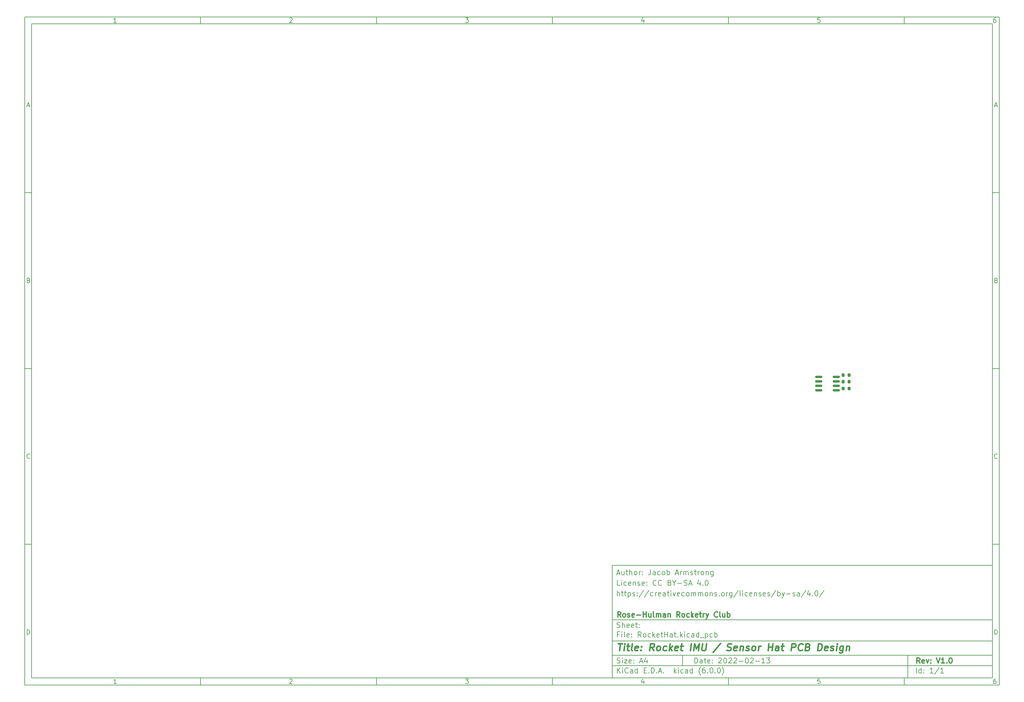
<source format=gbr>
%TF.GenerationSoftware,KiCad,Pcbnew,(6.0.0)*%
%TF.CreationDate,2022-02-14T11:19:37-05:00*%
%TF.ProjectId,RocketHat,526f636b-6574-4486-9174-2e6b69636164,V1.0*%
%TF.SameCoordinates,Original*%
%TF.FileFunction,Paste,Bot*%
%TF.FilePolarity,Positive*%
%FSLAX46Y46*%
G04 Gerber Fmt 4.6, Leading zero omitted, Abs format (unit mm)*
G04 Created by KiCad (PCBNEW (6.0.0)) date 2022-02-14 11:19:37*
%MOMM*%
%LPD*%
G01*
G04 APERTURE LIST*
G04 Aperture macros list*
%AMRoundRect*
0 Rectangle with rounded corners*
0 $1 Rounding radius*
0 $2 $3 $4 $5 $6 $7 $8 $9 X,Y pos of 4 corners*
0 Add a 4 corners polygon primitive as box body*
4,1,4,$2,$3,$4,$5,$6,$7,$8,$9,$2,$3,0*
0 Add four circle primitives for the rounded corners*
1,1,$1+$1,$2,$3*
1,1,$1+$1,$4,$5*
1,1,$1+$1,$6,$7*
1,1,$1+$1,$8,$9*
0 Add four rect primitives between the rounded corners*
20,1,$1+$1,$2,$3,$4,$5,0*
20,1,$1+$1,$4,$5,$6,$7,0*
20,1,$1+$1,$6,$7,$8,$9,0*
20,1,$1+$1,$8,$9,$2,$3,0*%
G04 Aperture macros list end*
%ADD10C,0.100000*%
%ADD11C,0.150000*%
%ADD12C,0.300000*%
%ADD13C,0.400000*%
%ADD14RoundRect,0.200000X0.200000X0.275000X-0.200000X0.275000X-0.200000X-0.275000X0.200000X-0.275000X0*%
%ADD15RoundRect,0.150000X-0.825000X-0.150000X0.825000X-0.150000X0.825000X0.150000X-0.825000X0.150000X0*%
%ADD16RoundRect,0.200000X-0.200000X-0.275000X0.200000X-0.275000X0.200000X0.275000X-0.200000X0.275000X0*%
G04 APERTURE END LIST*
D10*
D11*
X177002200Y-166007200D02*
X177002200Y-198007200D01*
X285002200Y-198007200D01*
X285002200Y-166007200D01*
X177002200Y-166007200D01*
D10*
D11*
X10000000Y-10000000D02*
X10000000Y-200007200D01*
X287002200Y-200007200D01*
X287002200Y-10000000D01*
X10000000Y-10000000D01*
D10*
D11*
X12000000Y-12000000D02*
X12000000Y-198007200D01*
X285002200Y-198007200D01*
X285002200Y-12000000D01*
X12000000Y-12000000D01*
D10*
D11*
X60000000Y-12000000D02*
X60000000Y-10000000D01*
D10*
D11*
X110000000Y-12000000D02*
X110000000Y-10000000D01*
D10*
D11*
X160000000Y-12000000D02*
X160000000Y-10000000D01*
D10*
D11*
X210000000Y-12000000D02*
X210000000Y-10000000D01*
D10*
D11*
X260000000Y-12000000D02*
X260000000Y-10000000D01*
D10*
D11*
X36065476Y-11588095D02*
X35322619Y-11588095D01*
X35694047Y-11588095D02*
X35694047Y-10288095D01*
X35570238Y-10473809D01*
X35446428Y-10597619D01*
X35322619Y-10659523D01*
D10*
D11*
X85322619Y-10411904D02*
X85384523Y-10350000D01*
X85508333Y-10288095D01*
X85817857Y-10288095D01*
X85941666Y-10350000D01*
X86003571Y-10411904D01*
X86065476Y-10535714D01*
X86065476Y-10659523D01*
X86003571Y-10845238D01*
X85260714Y-11588095D01*
X86065476Y-11588095D01*
D10*
D11*
X135260714Y-10288095D02*
X136065476Y-10288095D01*
X135632142Y-10783333D01*
X135817857Y-10783333D01*
X135941666Y-10845238D01*
X136003571Y-10907142D01*
X136065476Y-11030952D01*
X136065476Y-11340476D01*
X136003571Y-11464285D01*
X135941666Y-11526190D01*
X135817857Y-11588095D01*
X135446428Y-11588095D01*
X135322619Y-11526190D01*
X135260714Y-11464285D01*
D10*
D11*
X185941666Y-10721428D02*
X185941666Y-11588095D01*
X185632142Y-10226190D02*
X185322619Y-11154761D01*
X186127380Y-11154761D01*
D10*
D11*
X236003571Y-10288095D02*
X235384523Y-10288095D01*
X235322619Y-10907142D01*
X235384523Y-10845238D01*
X235508333Y-10783333D01*
X235817857Y-10783333D01*
X235941666Y-10845238D01*
X236003571Y-10907142D01*
X236065476Y-11030952D01*
X236065476Y-11340476D01*
X236003571Y-11464285D01*
X235941666Y-11526190D01*
X235817857Y-11588095D01*
X235508333Y-11588095D01*
X235384523Y-11526190D01*
X235322619Y-11464285D01*
D10*
D11*
X285941666Y-10288095D02*
X285694047Y-10288095D01*
X285570238Y-10350000D01*
X285508333Y-10411904D01*
X285384523Y-10597619D01*
X285322619Y-10845238D01*
X285322619Y-11340476D01*
X285384523Y-11464285D01*
X285446428Y-11526190D01*
X285570238Y-11588095D01*
X285817857Y-11588095D01*
X285941666Y-11526190D01*
X286003571Y-11464285D01*
X286065476Y-11340476D01*
X286065476Y-11030952D01*
X286003571Y-10907142D01*
X285941666Y-10845238D01*
X285817857Y-10783333D01*
X285570238Y-10783333D01*
X285446428Y-10845238D01*
X285384523Y-10907142D01*
X285322619Y-11030952D01*
D10*
D11*
X60000000Y-198007200D02*
X60000000Y-200007200D01*
D10*
D11*
X110000000Y-198007200D02*
X110000000Y-200007200D01*
D10*
D11*
X160000000Y-198007200D02*
X160000000Y-200007200D01*
D10*
D11*
X210000000Y-198007200D02*
X210000000Y-200007200D01*
D10*
D11*
X260000000Y-198007200D02*
X260000000Y-200007200D01*
D10*
D11*
X36065476Y-199595295D02*
X35322619Y-199595295D01*
X35694047Y-199595295D02*
X35694047Y-198295295D01*
X35570238Y-198481009D01*
X35446428Y-198604819D01*
X35322619Y-198666723D01*
D10*
D11*
X85322619Y-198419104D02*
X85384523Y-198357200D01*
X85508333Y-198295295D01*
X85817857Y-198295295D01*
X85941666Y-198357200D01*
X86003571Y-198419104D01*
X86065476Y-198542914D01*
X86065476Y-198666723D01*
X86003571Y-198852438D01*
X85260714Y-199595295D01*
X86065476Y-199595295D01*
D10*
D11*
X135260714Y-198295295D02*
X136065476Y-198295295D01*
X135632142Y-198790533D01*
X135817857Y-198790533D01*
X135941666Y-198852438D01*
X136003571Y-198914342D01*
X136065476Y-199038152D01*
X136065476Y-199347676D01*
X136003571Y-199471485D01*
X135941666Y-199533390D01*
X135817857Y-199595295D01*
X135446428Y-199595295D01*
X135322619Y-199533390D01*
X135260714Y-199471485D01*
D10*
D11*
X185941666Y-198728628D02*
X185941666Y-199595295D01*
X185632142Y-198233390D02*
X185322619Y-199161961D01*
X186127380Y-199161961D01*
D10*
D11*
X236003571Y-198295295D02*
X235384523Y-198295295D01*
X235322619Y-198914342D01*
X235384523Y-198852438D01*
X235508333Y-198790533D01*
X235817857Y-198790533D01*
X235941666Y-198852438D01*
X236003571Y-198914342D01*
X236065476Y-199038152D01*
X236065476Y-199347676D01*
X236003571Y-199471485D01*
X235941666Y-199533390D01*
X235817857Y-199595295D01*
X235508333Y-199595295D01*
X235384523Y-199533390D01*
X235322619Y-199471485D01*
D10*
D11*
X285941666Y-198295295D02*
X285694047Y-198295295D01*
X285570238Y-198357200D01*
X285508333Y-198419104D01*
X285384523Y-198604819D01*
X285322619Y-198852438D01*
X285322619Y-199347676D01*
X285384523Y-199471485D01*
X285446428Y-199533390D01*
X285570238Y-199595295D01*
X285817857Y-199595295D01*
X285941666Y-199533390D01*
X286003571Y-199471485D01*
X286065476Y-199347676D01*
X286065476Y-199038152D01*
X286003571Y-198914342D01*
X285941666Y-198852438D01*
X285817857Y-198790533D01*
X285570238Y-198790533D01*
X285446428Y-198852438D01*
X285384523Y-198914342D01*
X285322619Y-199038152D01*
D10*
D11*
X10000000Y-60000000D02*
X12000000Y-60000000D01*
D10*
D11*
X10000000Y-110000000D02*
X12000000Y-110000000D01*
D10*
D11*
X10000000Y-160000000D02*
X12000000Y-160000000D01*
D10*
D11*
X10690476Y-35216666D02*
X11309523Y-35216666D01*
X10566666Y-35588095D02*
X11000000Y-34288095D01*
X11433333Y-35588095D01*
D10*
D11*
X11092857Y-84907142D02*
X11278571Y-84969047D01*
X11340476Y-85030952D01*
X11402380Y-85154761D01*
X11402380Y-85340476D01*
X11340476Y-85464285D01*
X11278571Y-85526190D01*
X11154761Y-85588095D01*
X10659523Y-85588095D01*
X10659523Y-84288095D01*
X11092857Y-84288095D01*
X11216666Y-84350000D01*
X11278571Y-84411904D01*
X11340476Y-84535714D01*
X11340476Y-84659523D01*
X11278571Y-84783333D01*
X11216666Y-84845238D01*
X11092857Y-84907142D01*
X10659523Y-84907142D01*
D10*
D11*
X11402380Y-135464285D02*
X11340476Y-135526190D01*
X11154761Y-135588095D01*
X11030952Y-135588095D01*
X10845238Y-135526190D01*
X10721428Y-135402380D01*
X10659523Y-135278571D01*
X10597619Y-135030952D01*
X10597619Y-134845238D01*
X10659523Y-134597619D01*
X10721428Y-134473809D01*
X10845238Y-134350000D01*
X11030952Y-134288095D01*
X11154761Y-134288095D01*
X11340476Y-134350000D01*
X11402380Y-134411904D01*
D10*
D11*
X10659523Y-185588095D02*
X10659523Y-184288095D01*
X10969047Y-184288095D01*
X11154761Y-184350000D01*
X11278571Y-184473809D01*
X11340476Y-184597619D01*
X11402380Y-184845238D01*
X11402380Y-185030952D01*
X11340476Y-185278571D01*
X11278571Y-185402380D01*
X11154761Y-185526190D01*
X10969047Y-185588095D01*
X10659523Y-185588095D01*
D10*
D11*
X287002200Y-60000000D02*
X285002200Y-60000000D01*
D10*
D11*
X287002200Y-110000000D02*
X285002200Y-110000000D01*
D10*
D11*
X287002200Y-160000000D02*
X285002200Y-160000000D01*
D10*
D11*
X285692676Y-35216666D02*
X286311723Y-35216666D01*
X285568866Y-35588095D02*
X286002200Y-34288095D01*
X286435533Y-35588095D01*
D10*
D11*
X286095057Y-84907142D02*
X286280771Y-84969047D01*
X286342676Y-85030952D01*
X286404580Y-85154761D01*
X286404580Y-85340476D01*
X286342676Y-85464285D01*
X286280771Y-85526190D01*
X286156961Y-85588095D01*
X285661723Y-85588095D01*
X285661723Y-84288095D01*
X286095057Y-84288095D01*
X286218866Y-84350000D01*
X286280771Y-84411904D01*
X286342676Y-84535714D01*
X286342676Y-84659523D01*
X286280771Y-84783333D01*
X286218866Y-84845238D01*
X286095057Y-84907142D01*
X285661723Y-84907142D01*
D10*
D11*
X286404580Y-135464285D02*
X286342676Y-135526190D01*
X286156961Y-135588095D01*
X286033152Y-135588095D01*
X285847438Y-135526190D01*
X285723628Y-135402380D01*
X285661723Y-135278571D01*
X285599819Y-135030952D01*
X285599819Y-134845238D01*
X285661723Y-134597619D01*
X285723628Y-134473809D01*
X285847438Y-134350000D01*
X286033152Y-134288095D01*
X286156961Y-134288095D01*
X286342676Y-134350000D01*
X286404580Y-134411904D01*
D10*
D11*
X285661723Y-185588095D02*
X285661723Y-184288095D01*
X285971247Y-184288095D01*
X286156961Y-184350000D01*
X286280771Y-184473809D01*
X286342676Y-184597619D01*
X286404580Y-184845238D01*
X286404580Y-185030952D01*
X286342676Y-185278571D01*
X286280771Y-185402380D01*
X286156961Y-185526190D01*
X285971247Y-185588095D01*
X285661723Y-185588095D01*
D10*
D11*
X200434342Y-193785771D02*
X200434342Y-192285771D01*
X200791485Y-192285771D01*
X201005771Y-192357200D01*
X201148628Y-192500057D01*
X201220057Y-192642914D01*
X201291485Y-192928628D01*
X201291485Y-193142914D01*
X201220057Y-193428628D01*
X201148628Y-193571485D01*
X201005771Y-193714342D01*
X200791485Y-193785771D01*
X200434342Y-193785771D01*
X202577200Y-193785771D02*
X202577200Y-193000057D01*
X202505771Y-192857200D01*
X202362914Y-192785771D01*
X202077200Y-192785771D01*
X201934342Y-192857200D01*
X202577200Y-193714342D02*
X202434342Y-193785771D01*
X202077200Y-193785771D01*
X201934342Y-193714342D01*
X201862914Y-193571485D01*
X201862914Y-193428628D01*
X201934342Y-193285771D01*
X202077200Y-193214342D01*
X202434342Y-193214342D01*
X202577200Y-193142914D01*
X203077200Y-192785771D02*
X203648628Y-192785771D01*
X203291485Y-192285771D02*
X203291485Y-193571485D01*
X203362914Y-193714342D01*
X203505771Y-193785771D01*
X203648628Y-193785771D01*
X204720057Y-193714342D02*
X204577200Y-193785771D01*
X204291485Y-193785771D01*
X204148628Y-193714342D01*
X204077200Y-193571485D01*
X204077200Y-193000057D01*
X204148628Y-192857200D01*
X204291485Y-192785771D01*
X204577200Y-192785771D01*
X204720057Y-192857200D01*
X204791485Y-193000057D01*
X204791485Y-193142914D01*
X204077200Y-193285771D01*
X205434342Y-193642914D02*
X205505771Y-193714342D01*
X205434342Y-193785771D01*
X205362914Y-193714342D01*
X205434342Y-193642914D01*
X205434342Y-193785771D01*
X205434342Y-192857200D02*
X205505771Y-192928628D01*
X205434342Y-193000057D01*
X205362914Y-192928628D01*
X205434342Y-192857200D01*
X205434342Y-193000057D01*
X207220057Y-192428628D02*
X207291485Y-192357200D01*
X207434342Y-192285771D01*
X207791485Y-192285771D01*
X207934342Y-192357200D01*
X208005771Y-192428628D01*
X208077200Y-192571485D01*
X208077200Y-192714342D01*
X208005771Y-192928628D01*
X207148628Y-193785771D01*
X208077200Y-193785771D01*
X209005771Y-192285771D02*
X209148628Y-192285771D01*
X209291485Y-192357200D01*
X209362914Y-192428628D01*
X209434342Y-192571485D01*
X209505771Y-192857200D01*
X209505771Y-193214342D01*
X209434342Y-193500057D01*
X209362914Y-193642914D01*
X209291485Y-193714342D01*
X209148628Y-193785771D01*
X209005771Y-193785771D01*
X208862914Y-193714342D01*
X208791485Y-193642914D01*
X208720057Y-193500057D01*
X208648628Y-193214342D01*
X208648628Y-192857200D01*
X208720057Y-192571485D01*
X208791485Y-192428628D01*
X208862914Y-192357200D01*
X209005771Y-192285771D01*
X210077200Y-192428628D02*
X210148628Y-192357200D01*
X210291485Y-192285771D01*
X210648628Y-192285771D01*
X210791485Y-192357200D01*
X210862914Y-192428628D01*
X210934342Y-192571485D01*
X210934342Y-192714342D01*
X210862914Y-192928628D01*
X210005771Y-193785771D01*
X210934342Y-193785771D01*
X211505771Y-192428628D02*
X211577200Y-192357200D01*
X211720057Y-192285771D01*
X212077200Y-192285771D01*
X212220057Y-192357200D01*
X212291485Y-192428628D01*
X212362914Y-192571485D01*
X212362914Y-192714342D01*
X212291485Y-192928628D01*
X211434342Y-193785771D01*
X212362914Y-193785771D01*
X213005771Y-193214342D02*
X214148628Y-193214342D01*
X215148628Y-192285771D02*
X215291485Y-192285771D01*
X215434342Y-192357200D01*
X215505771Y-192428628D01*
X215577200Y-192571485D01*
X215648628Y-192857200D01*
X215648628Y-193214342D01*
X215577200Y-193500057D01*
X215505771Y-193642914D01*
X215434342Y-193714342D01*
X215291485Y-193785771D01*
X215148628Y-193785771D01*
X215005771Y-193714342D01*
X214934342Y-193642914D01*
X214862914Y-193500057D01*
X214791485Y-193214342D01*
X214791485Y-192857200D01*
X214862914Y-192571485D01*
X214934342Y-192428628D01*
X215005771Y-192357200D01*
X215148628Y-192285771D01*
X216220057Y-192428628D02*
X216291485Y-192357200D01*
X216434342Y-192285771D01*
X216791485Y-192285771D01*
X216934342Y-192357200D01*
X217005771Y-192428628D01*
X217077200Y-192571485D01*
X217077200Y-192714342D01*
X217005771Y-192928628D01*
X216148628Y-193785771D01*
X217077200Y-193785771D01*
X217720057Y-193214342D02*
X218862914Y-193214342D01*
X220362914Y-193785771D02*
X219505771Y-193785771D01*
X219934342Y-193785771D02*
X219934342Y-192285771D01*
X219791485Y-192500057D01*
X219648628Y-192642914D01*
X219505771Y-192714342D01*
X220862914Y-192285771D02*
X221791485Y-192285771D01*
X221291485Y-192857200D01*
X221505771Y-192857200D01*
X221648628Y-192928628D01*
X221720057Y-193000057D01*
X221791485Y-193142914D01*
X221791485Y-193500057D01*
X221720057Y-193642914D01*
X221648628Y-193714342D01*
X221505771Y-193785771D01*
X221077200Y-193785771D01*
X220934342Y-193714342D01*
X220862914Y-193642914D01*
D10*
D11*
X177002200Y-194507200D02*
X285002200Y-194507200D01*
D10*
D11*
X178434342Y-196585771D02*
X178434342Y-195085771D01*
X179291485Y-196585771D02*
X178648628Y-195728628D01*
X179291485Y-195085771D02*
X178434342Y-195942914D01*
X179934342Y-196585771D02*
X179934342Y-195585771D01*
X179934342Y-195085771D02*
X179862914Y-195157200D01*
X179934342Y-195228628D01*
X180005771Y-195157200D01*
X179934342Y-195085771D01*
X179934342Y-195228628D01*
X181505771Y-196442914D02*
X181434342Y-196514342D01*
X181220057Y-196585771D01*
X181077200Y-196585771D01*
X180862914Y-196514342D01*
X180720057Y-196371485D01*
X180648628Y-196228628D01*
X180577200Y-195942914D01*
X180577200Y-195728628D01*
X180648628Y-195442914D01*
X180720057Y-195300057D01*
X180862914Y-195157200D01*
X181077200Y-195085771D01*
X181220057Y-195085771D01*
X181434342Y-195157200D01*
X181505771Y-195228628D01*
X182791485Y-196585771D02*
X182791485Y-195800057D01*
X182720057Y-195657200D01*
X182577200Y-195585771D01*
X182291485Y-195585771D01*
X182148628Y-195657200D01*
X182791485Y-196514342D02*
X182648628Y-196585771D01*
X182291485Y-196585771D01*
X182148628Y-196514342D01*
X182077200Y-196371485D01*
X182077200Y-196228628D01*
X182148628Y-196085771D01*
X182291485Y-196014342D01*
X182648628Y-196014342D01*
X182791485Y-195942914D01*
X184148628Y-196585771D02*
X184148628Y-195085771D01*
X184148628Y-196514342D02*
X184005771Y-196585771D01*
X183720057Y-196585771D01*
X183577200Y-196514342D01*
X183505771Y-196442914D01*
X183434342Y-196300057D01*
X183434342Y-195871485D01*
X183505771Y-195728628D01*
X183577200Y-195657200D01*
X183720057Y-195585771D01*
X184005771Y-195585771D01*
X184148628Y-195657200D01*
X186005771Y-195800057D02*
X186505771Y-195800057D01*
X186720057Y-196585771D02*
X186005771Y-196585771D01*
X186005771Y-195085771D01*
X186720057Y-195085771D01*
X187362914Y-196442914D02*
X187434342Y-196514342D01*
X187362914Y-196585771D01*
X187291485Y-196514342D01*
X187362914Y-196442914D01*
X187362914Y-196585771D01*
X188077200Y-196585771D02*
X188077200Y-195085771D01*
X188434342Y-195085771D01*
X188648628Y-195157200D01*
X188791485Y-195300057D01*
X188862914Y-195442914D01*
X188934342Y-195728628D01*
X188934342Y-195942914D01*
X188862914Y-196228628D01*
X188791485Y-196371485D01*
X188648628Y-196514342D01*
X188434342Y-196585771D01*
X188077200Y-196585771D01*
X189577200Y-196442914D02*
X189648628Y-196514342D01*
X189577200Y-196585771D01*
X189505771Y-196514342D01*
X189577200Y-196442914D01*
X189577200Y-196585771D01*
X190220057Y-196157200D02*
X190934342Y-196157200D01*
X190077200Y-196585771D02*
X190577200Y-195085771D01*
X191077200Y-196585771D01*
X191577200Y-196442914D02*
X191648628Y-196514342D01*
X191577200Y-196585771D01*
X191505771Y-196514342D01*
X191577200Y-196442914D01*
X191577200Y-196585771D01*
X194577200Y-196585771D02*
X194577200Y-195085771D01*
X194720057Y-196014342D02*
X195148628Y-196585771D01*
X195148628Y-195585771D02*
X194577200Y-196157200D01*
X195791485Y-196585771D02*
X195791485Y-195585771D01*
X195791485Y-195085771D02*
X195720057Y-195157200D01*
X195791485Y-195228628D01*
X195862914Y-195157200D01*
X195791485Y-195085771D01*
X195791485Y-195228628D01*
X197148628Y-196514342D02*
X197005771Y-196585771D01*
X196720057Y-196585771D01*
X196577200Y-196514342D01*
X196505771Y-196442914D01*
X196434342Y-196300057D01*
X196434342Y-195871485D01*
X196505771Y-195728628D01*
X196577200Y-195657200D01*
X196720057Y-195585771D01*
X197005771Y-195585771D01*
X197148628Y-195657200D01*
X198434342Y-196585771D02*
X198434342Y-195800057D01*
X198362914Y-195657200D01*
X198220057Y-195585771D01*
X197934342Y-195585771D01*
X197791485Y-195657200D01*
X198434342Y-196514342D02*
X198291485Y-196585771D01*
X197934342Y-196585771D01*
X197791485Y-196514342D01*
X197720057Y-196371485D01*
X197720057Y-196228628D01*
X197791485Y-196085771D01*
X197934342Y-196014342D01*
X198291485Y-196014342D01*
X198434342Y-195942914D01*
X199791485Y-196585771D02*
X199791485Y-195085771D01*
X199791485Y-196514342D02*
X199648628Y-196585771D01*
X199362914Y-196585771D01*
X199220057Y-196514342D01*
X199148628Y-196442914D01*
X199077200Y-196300057D01*
X199077200Y-195871485D01*
X199148628Y-195728628D01*
X199220057Y-195657200D01*
X199362914Y-195585771D01*
X199648628Y-195585771D01*
X199791485Y-195657200D01*
X202077200Y-197157200D02*
X202005771Y-197085771D01*
X201862914Y-196871485D01*
X201791485Y-196728628D01*
X201720057Y-196514342D01*
X201648628Y-196157200D01*
X201648628Y-195871485D01*
X201720057Y-195514342D01*
X201791485Y-195300057D01*
X201862914Y-195157200D01*
X202005771Y-194942914D01*
X202077200Y-194871485D01*
X203291485Y-195085771D02*
X203005771Y-195085771D01*
X202862914Y-195157200D01*
X202791485Y-195228628D01*
X202648628Y-195442914D01*
X202577200Y-195728628D01*
X202577200Y-196300057D01*
X202648628Y-196442914D01*
X202720057Y-196514342D01*
X202862914Y-196585771D01*
X203148628Y-196585771D01*
X203291485Y-196514342D01*
X203362914Y-196442914D01*
X203434342Y-196300057D01*
X203434342Y-195942914D01*
X203362914Y-195800057D01*
X203291485Y-195728628D01*
X203148628Y-195657200D01*
X202862914Y-195657200D01*
X202720057Y-195728628D01*
X202648628Y-195800057D01*
X202577200Y-195942914D01*
X204077200Y-196442914D02*
X204148628Y-196514342D01*
X204077200Y-196585771D01*
X204005771Y-196514342D01*
X204077200Y-196442914D01*
X204077200Y-196585771D01*
X205077200Y-195085771D02*
X205220057Y-195085771D01*
X205362914Y-195157200D01*
X205434342Y-195228628D01*
X205505771Y-195371485D01*
X205577200Y-195657200D01*
X205577200Y-196014342D01*
X205505771Y-196300057D01*
X205434342Y-196442914D01*
X205362914Y-196514342D01*
X205220057Y-196585771D01*
X205077200Y-196585771D01*
X204934342Y-196514342D01*
X204862914Y-196442914D01*
X204791485Y-196300057D01*
X204720057Y-196014342D01*
X204720057Y-195657200D01*
X204791485Y-195371485D01*
X204862914Y-195228628D01*
X204934342Y-195157200D01*
X205077200Y-195085771D01*
X206220057Y-196442914D02*
X206291485Y-196514342D01*
X206220057Y-196585771D01*
X206148628Y-196514342D01*
X206220057Y-196442914D01*
X206220057Y-196585771D01*
X207220057Y-195085771D02*
X207362914Y-195085771D01*
X207505771Y-195157200D01*
X207577200Y-195228628D01*
X207648628Y-195371485D01*
X207720057Y-195657200D01*
X207720057Y-196014342D01*
X207648628Y-196300057D01*
X207577200Y-196442914D01*
X207505771Y-196514342D01*
X207362914Y-196585771D01*
X207220057Y-196585771D01*
X207077200Y-196514342D01*
X207005771Y-196442914D01*
X206934342Y-196300057D01*
X206862914Y-196014342D01*
X206862914Y-195657200D01*
X206934342Y-195371485D01*
X207005771Y-195228628D01*
X207077200Y-195157200D01*
X207220057Y-195085771D01*
X208220057Y-197157200D02*
X208291485Y-197085771D01*
X208434342Y-196871485D01*
X208505771Y-196728628D01*
X208577200Y-196514342D01*
X208648628Y-196157200D01*
X208648628Y-195871485D01*
X208577200Y-195514342D01*
X208505771Y-195300057D01*
X208434342Y-195157200D01*
X208291485Y-194942914D01*
X208220057Y-194871485D01*
D10*
D11*
X177002200Y-191507200D02*
X285002200Y-191507200D01*
D10*
D12*
X264411485Y-193785771D02*
X263911485Y-193071485D01*
X263554342Y-193785771D02*
X263554342Y-192285771D01*
X264125771Y-192285771D01*
X264268628Y-192357200D01*
X264340057Y-192428628D01*
X264411485Y-192571485D01*
X264411485Y-192785771D01*
X264340057Y-192928628D01*
X264268628Y-193000057D01*
X264125771Y-193071485D01*
X263554342Y-193071485D01*
X265625771Y-193714342D02*
X265482914Y-193785771D01*
X265197200Y-193785771D01*
X265054342Y-193714342D01*
X264982914Y-193571485D01*
X264982914Y-193000057D01*
X265054342Y-192857200D01*
X265197200Y-192785771D01*
X265482914Y-192785771D01*
X265625771Y-192857200D01*
X265697200Y-193000057D01*
X265697200Y-193142914D01*
X264982914Y-193285771D01*
X266197200Y-192785771D02*
X266554342Y-193785771D01*
X266911485Y-192785771D01*
X267482914Y-193642914D02*
X267554342Y-193714342D01*
X267482914Y-193785771D01*
X267411485Y-193714342D01*
X267482914Y-193642914D01*
X267482914Y-193785771D01*
X267482914Y-192857200D02*
X267554342Y-192928628D01*
X267482914Y-193000057D01*
X267411485Y-192928628D01*
X267482914Y-192857200D01*
X267482914Y-193000057D01*
X269125771Y-192285771D02*
X269625771Y-193785771D01*
X270125771Y-192285771D01*
X271411485Y-193785771D02*
X270554342Y-193785771D01*
X270982914Y-193785771D02*
X270982914Y-192285771D01*
X270840057Y-192500057D01*
X270697200Y-192642914D01*
X270554342Y-192714342D01*
X272054342Y-193642914D02*
X272125771Y-193714342D01*
X272054342Y-193785771D01*
X271982914Y-193714342D01*
X272054342Y-193642914D01*
X272054342Y-193785771D01*
X273054342Y-192285771D02*
X273197200Y-192285771D01*
X273340057Y-192357200D01*
X273411485Y-192428628D01*
X273482914Y-192571485D01*
X273554342Y-192857200D01*
X273554342Y-193214342D01*
X273482914Y-193500057D01*
X273411485Y-193642914D01*
X273340057Y-193714342D01*
X273197200Y-193785771D01*
X273054342Y-193785771D01*
X272911485Y-193714342D01*
X272840057Y-193642914D01*
X272768628Y-193500057D01*
X272697200Y-193214342D01*
X272697200Y-192857200D01*
X272768628Y-192571485D01*
X272840057Y-192428628D01*
X272911485Y-192357200D01*
X273054342Y-192285771D01*
D10*
D11*
X178362914Y-193714342D02*
X178577200Y-193785771D01*
X178934342Y-193785771D01*
X179077200Y-193714342D01*
X179148628Y-193642914D01*
X179220057Y-193500057D01*
X179220057Y-193357200D01*
X179148628Y-193214342D01*
X179077200Y-193142914D01*
X178934342Y-193071485D01*
X178648628Y-193000057D01*
X178505771Y-192928628D01*
X178434342Y-192857200D01*
X178362914Y-192714342D01*
X178362914Y-192571485D01*
X178434342Y-192428628D01*
X178505771Y-192357200D01*
X178648628Y-192285771D01*
X179005771Y-192285771D01*
X179220057Y-192357200D01*
X179862914Y-193785771D02*
X179862914Y-192785771D01*
X179862914Y-192285771D02*
X179791485Y-192357200D01*
X179862914Y-192428628D01*
X179934342Y-192357200D01*
X179862914Y-192285771D01*
X179862914Y-192428628D01*
X180434342Y-192785771D02*
X181220057Y-192785771D01*
X180434342Y-193785771D01*
X181220057Y-193785771D01*
X182362914Y-193714342D02*
X182220057Y-193785771D01*
X181934342Y-193785771D01*
X181791485Y-193714342D01*
X181720057Y-193571485D01*
X181720057Y-193000057D01*
X181791485Y-192857200D01*
X181934342Y-192785771D01*
X182220057Y-192785771D01*
X182362914Y-192857200D01*
X182434342Y-193000057D01*
X182434342Y-193142914D01*
X181720057Y-193285771D01*
X183077200Y-193642914D02*
X183148628Y-193714342D01*
X183077200Y-193785771D01*
X183005771Y-193714342D01*
X183077200Y-193642914D01*
X183077200Y-193785771D01*
X183077200Y-192857200D02*
X183148628Y-192928628D01*
X183077200Y-193000057D01*
X183005771Y-192928628D01*
X183077200Y-192857200D01*
X183077200Y-193000057D01*
X184862914Y-193357200D02*
X185577200Y-193357200D01*
X184720057Y-193785771D02*
X185220057Y-192285771D01*
X185720057Y-193785771D01*
X186862914Y-192785771D02*
X186862914Y-193785771D01*
X186505771Y-192214342D02*
X186148628Y-193285771D01*
X187077200Y-193285771D01*
D10*
D11*
X263434342Y-196585771D02*
X263434342Y-195085771D01*
X264791485Y-196585771D02*
X264791485Y-195085771D01*
X264791485Y-196514342D02*
X264648628Y-196585771D01*
X264362914Y-196585771D01*
X264220057Y-196514342D01*
X264148628Y-196442914D01*
X264077200Y-196300057D01*
X264077200Y-195871485D01*
X264148628Y-195728628D01*
X264220057Y-195657200D01*
X264362914Y-195585771D01*
X264648628Y-195585771D01*
X264791485Y-195657200D01*
X265505771Y-196442914D02*
X265577200Y-196514342D01*
X265505771Y-196585771D01*
X265434342Y-196514342D01*
X265505771Y-196442914D01*
X265505771Y-196585771D01*
X265505771Y-195657200D02*
X265577200Y-195728628D01*
X265505771Y-195800057D01*
X265434342Y-195728628D01*
X265505771Y-195657200D01*
X265505771Y-195800057D01*
X268148628Y-196585771D02*
X267291485Y-196585771D01*
X267720057Y-196585771D02*
X267720057Y-195085771D01*
X267577200Y-195300057D01*
X267434342Y-195442914D01*
X267291485Y-195514342D01*
X269862914Y-195014342D02*
X268577200Y-196942914D01*
X271148628Y-196585771D02*
X270291485Y-196585771D01*
X270720057Y-196585771D02*
X270720057Y-195085771D01*
X270577200Y-195300057D01*
X270434342Y-195442914D01*
X270291485Y-195514342D01*
D10*
D11*
X177002200Y-187507200D02*
X285002200Y-187507200D01*
D10*
D13*
X178714580Y-188211961D02*
X179857438Y-188211961D01*
X179036009Y-190211961D02*
X179286009Y-188211961D01*
X180274104Y-190211961D02*
X180440771Y-188878628D01*
X180524104Y-188211961D02*
X180416961Y-188307200D01*
X180500295Y-188402438D01*
X180607438Y-188307200D01*
X180524104Y-188211961D01*
X180500295Y-188402438D01*
X181107438Y-188878628D02*
X181869342Y-188878628D01*
X181476485Y-188211961D02*
X181262200Y-189926247D01*
X181333628Y-190116723D01*
X181512200Y-190211961D01*
X181702676Y-190211961D01*
X182655057Y-190211961D02*
X182476485Y-190116723D01*
X182405057Y-189926247D01*
X182619342Y-188211961D01*
X184190771Y-190116723D02*
X183988390Y-190211961D01*
X183607438Y-190211961D01*
X183428866Y-190116723D01*
X183357438Y-189926247D01*
X183452676Y-189164342D01*
X183571723Y-188973866D01*
X183774104Y-188878628D01*
X184155057Y-188878628D01*
X184333628Y-188973866D01*
X184405057Y-189164342D01*
X184381247Y-189354819D01*
X183405057Y-189545295D01*
X185155057Y-190021485D02*
X185238390Y-190116723D01*
X185131247Y-190211961D01*
X185047914Y-190116723D01*
X185155057Y-190021485D01*
X185131247Y-190211961D01*
X185286009Y-188973866D02*
X185369342Y-189069104D01*
X185262200Y-189164342D01*
X185178866Y-189069104D01*
X185286009Y-188973866D01*
X185262200Y-189164342D01*
X188750295Y-190211961D02*
X188202676Y-189259580D01*
X187607438Y-190211961D02*
X187857438Y-188211961D01*
X188619342Y-188211961D01*
X188797914Y-188307200D01*
X188881247Y-188402438D01*
X188952676Y-188592914D01*
X188916961Y-188878628D01*
X188797914Y-189069104D01*
X188690771Y-189164342D01*
X188488390Y-189259580D01*
X187726485Y-189259580D01*
X189893152Y-190211961D02*
X189714580Y-190116723D01*
X189631247Y-190021485D01*
X189559819Y-189831009D01*
X189631247Y-189259580D01*
X189750295Y-189069104D01*
X189857438Y-188973866D01*
X190059819Y-188878628D01*
X190345533Y-188878628D01*
X190524104Y-188973866D01*
X190607438Y-189069104D01*
X190678866Y-189259580D01*
X190607438Y-189831009D01*
X190488390Y-190021485D01*
X190381247Y-190116723D01*
X190178866Y-190211961D01*
X189893152Y-190211961D01*
X192286009Y-190116723D02*
X192083628Y-190211961D01*
X191702676Y-190211961D01*
X191524104Y-190116723D01*
X191440771Y-190021485D01*
X191369342Y-189831009D01*
X191440771Y-189259580D01*
X191559819Y-189069104D01*
X191666961Y-188973866D01*
X191869342Y-188878628D01*
X192250295Y-188878628D01*
X192428866Y-188973866D01*
X193131247Y-190211961D02*
X193381247Y-188211961D01*
X193416961Y-189450057D02*
X193893152Y-190211961D01*
X194059819Y-188878628D02*
X193202676Y-189640533D01*
X195524104Y-190116723D02*
X195321723Y-190211961D01*
X194940771Y-190211961D01*
X194762200Y-190116723D01*
X194690771Y-189926247D01*
X194786009Y-189164342D01*
X194905057Y-188973866D01*
X195107438Y-188878628D01*
X195488390Y-188878628D01*
X195666961Y-188973866D01*
X195738390Y-189164342D01*
X195714580Y-189354819D01*
X194738390Y-189545295D01*
X196345533Y-188878628D02*
X197107438Y-188878628D01*
X196714580Y-188211961D02*
X196500295Y-189926247D01*
X196571723Y-190116723D01*
X196750295Y-190211961D01*
X196940771Y-190211961D01*
X199131247Y-190211961D02*
X199381247Y-188211961D01*
X200083628Y-190211961D02*
X200333628Y-188211961D01*
X200821723Y-189640533D01*
X201666961Y-188211961D01*
X201416961Y-190211961D01*
X202619342Y-188211961D02*
X202416961Y-189831009D01*
X202488390Y-190021485D01*
X202571723Y-190116723D01*
X202750295Y-190211961D01*
X203131247Y-190211961D01*
X203333628Y-190116723D01*
X203440771Y-190021485D01*
X203559819Y-189831009D01*
X203762200Y-188211961D01*
X207678866Y-188116723D02*
X205643152Y-190688152D01*
X209524104Y-190116723D02*
X209797914Y-190211961D01*
X210274104Y-190211961D01*
X210476485Y-190116723D01*
X210583628Y-190021485D01*
X210702676Y-189831009D01*
X210726485Y-189640533D01*
X210655057Y-189450057D01*
X210571723Y-189354819D01*
X210393152Y-189259580D01*
X210024104Y-189164342D01*
X209845533Y-189069104D01*
X209762200Y-188973866D01*
X209690771Y-188783390D01*
X209714580Y-188592914D01*
X209833628Y-188402438D01*
X209940771Y-188307200D01*
X210143152Y-188211961D01*
X210619342Y-188211961D01*
X210893152Y-188307200D01*
X212286009Y-190116723D02*
X212083628Y-190211961D01*
X211702676Y-190211961D01*
X211524104Y-190116723D01*
X211452676Y-189926247D01*
X211547914Y-189164342D01*
X211666961Y-188973866D01*
X211869342Y-188878628D01*
X212250295Y-188878628D01*
X212428866Y-188973866D01*
X212500295Y-189164342D01*
X212476485Y-189354819D01*
X211500295Y-189545295D01*
X213393152Y-188878628D02*
X213226485Y-190211961D01*
X213369342Y-189069104D02*
X213476485Y-188973866D01*
X213678866Y-188878628D01*
X213964580Y-188878628D01*
X214143152Y-188973866D01*
X214214580Y-189164342D01*
X214083628Y-190211961D01*
X214952676Y-190116723D02*
X215131247Y-190211961D01*
X215512200Y-190211961D01*
X215714580Y-190116723D01*
X215833628Y-189926247D01*
X215845533Y-189831009D01*
X215774104Y-189640533D01*
X215595533Y-189545295D01*
X215309819Y-189545295D01*
X215131247Y-189450057D01*
X215059819Y-189259580D01*
X215071723Y-189164342D01*
X215190771Y-188973866D01*
X215393152Y-188878628D01*
X215678866Y-188878628D01*
X215857438Y-188973866D01*
X216940771Y-190211961D02*
X216762200Y-190116723D01*
X216678866Y-190021485D01*
X216607438Y-189831009D01*
X216678866Y-189259580D01*
X216797914Y-189069104D01*
X216905057Y-188973866D01*
X217107438Y-188878628D01*
X217393152Y-188878628D01*
X217571723Y-188973866D01*
X217655057Y-189069104D01*
X217726485Y-189259580D01*
X217655057Y-189831009D01*
X217536009Y-190021485D01*
X217428866Y-190116723D01*
X217226485Y-190211961D01*
X216940771Y-190211961D01*
X218464580Y-190211961D02*
X218631247Y-188878628D01*
X218583628Y-189259580D02*
X218702676Y-189069104D01*
X218809819Y-188973866D01*
X219012199Y-188878628D01*
X219202676Y-188878628D01*
X221226485Y-190211961D02*
X221476485Y-188211961D01*
X221357438Y-189164342D02*
X222500295Y-189164342D01*
X222369342Y-190211961D02*
X222619342Y-188211961D01*
X224178866Y-190211961D02*
X224309819Y-189164342D01*
X224238390Y-188973866D01*
X224059819Y-188878628D01*
X223678866Y-188878628D01*
X223476485Y-188973866D01*
X224190771Y-190116723D02*
X223988390Y-190211961D01*
X223512199Y-190211961D01*
X223333628Y-190116723D01*
X223262199Y-189926247D01*
X223286009Y-189735771D01*
X223405057Y-189545295D01*
X223607438Y-189450057D01*
X224083628Y-189450057D01*
X224286009Y-189354819D01*
X225012199Y-188878628D02*
X225774104Y-188878628D01*
X225381247Y-188211961D02*
X225166961Y-189926247D01*
X225238390Y-190116723D01*
X225416961Y-190211961D01*
X225607438Y-190211961D01*
X227797914Y-190211961D02*
X228047914Y-188211961D01*
X228809819Y-188211961D01*
X228988390Y-188307200D01*
X229071723Y-188402438D01*
X229143152Y-188592914D01*
X229107438Y-188878628D01*
X228988390Y-189069104D01*
X228881247Y-189164342D01*
X228678866Y-189259580D01*
X227916961Y-189259580D01*
X230964580Y-190021485D02*
X230857438Y-190116723D01*
X230559819Y-190211961D01*
X230369342Y-190211961D01*
X230095533Y-190116723D01*
X229928866Y-189926247D01*
X229857438Y-189735771D01*
X229809819Y-189354819D01*
X229845533Y-189069104D01*
X229988390Y-188688152D01*
X230107438Y-188497676D01*
X230321723Y-188307200D01*
X230619342Y-188211961D01*
X230809819Y-188211961D01*
X231083628Y-188307200D01*
X231166961Y-188402438D01*
X232595533Y-189164342D02*
X232869342Y-189259580D01*
X232952676Y-189354819D01*
X233024104Y-189545295D01*
X232988390Y-189831009D01*
X232869342Y-190021485D01*
X232762199Y-190116723D01*
X232559819Y-190211961D01*
X231797914Y-190211961D01*
X232047914Y-188211961D01*
X232714580Y-188211961D01*
X232893152Y-188307200D01*
X232976485Y-188402438D01*
X233047914Y-188592914D01*
X233024104Y-188783390D01*
X232905057Y-188973866D01*
X232797914Y-189069104D01*
X232595533Y-189164342D01*
X231928866Y-189164342D01*
X235321723Y-190211961D02*
X235571723Y-188211961D01*
X236047914Y-188211961D01*
X236321723Y-188307200D01*
X236488390Y-188497676D01*
X236559819Y-188688152D01*
X236607438Y-189069104D01*
X236571723Y-189354819D01*
X236428866Y-189735771D01*
X236309819Y-189926247D01*
X236095533Y-190116723D01*
X235797914Y-190211961D01*
X235321723Y-190211961D01*
X238095533Y-190116723D02*
X237893152Y-190211961D01*
X237512199Y-190211961D01*
X237333628Y-190116723D01*
X237262199Y-189926247D01*
X237357438Y-189164342D01*
X237476485Y-188973866D01*
X237678866Y-188878628D01*
X238059819Y-188878628D01*
X238238390Y-188973866D01*
X238309819Y-189164342D01*
X238286009Y-189354819D01*
X237309819Y-189545295D01*
X238952676Y-190116723D02*
X239131247Y-190211961D01*
X239512199Y-190211961D01*
X239714580Y-190116723D01*
X239833628Y-189926247D01*
X239845533Y-189831009D01*
X239774104Y-189640533D01*
X239595533Y-189545295D01*
X239309819Y-189545295D01*
X239131247Y-189450057D01*
X239059819Y-189259580D01*
X239071723Y-189164342D01*
X239190771Y-188973866D01*
X239393152Y-188878628D01*
X239678866Y-188878628D01*
X239857438Y-188973866D01*
X240655057Y-190211961D02*
X240821723Y-188878628D01*
X240905057Y-188211961D02*
X240797914Y-188307200D01*
X240881247Y-188402438D01*
X240988390Y-188307200D01*
X240905057Y-188211961D01*
X240881247Y-188402438D01*
X242631247Y-188878628D02*
X242428866Y-190497676D01*
X242309819Y-190688152D01*
X242202676Y-190783390D01*
X242000295Y-190878628D01*
X241714580Y-190878628D01*
X241536009Y-190783390D01*
X242476485Y-190116723D02*
X242274104Y-190211961D01*
X241893152Y-190211961D01*
X241714580Y-190116723D01*
X241631247Y-190021485D01*
X241559819Y-189831009D01*
X241631247Y-189259580D01*
X241750295Y-189069104D01*
X241857438Y-188973866D01*
X242059819Y-188878628D01*
X242440771Y-188878628D01*
X242619342Y-188973866D01*
X243583628Y-188878628D02*
X243416961Y-190211961D01*
X243559819Y-189069104D02*
X243666961Y-188973866D01*
X243869342Y-188878628D01*
X244155057Y-188878628D01*
X244333628Y-188973866D01*
X244405057Y-189164342D01*
X244274104Y-190211961D01*
D10*
D11*
X178934342Y-185600057D02*
X178434342Y-185600057D01*
X178434342Y-186385771D02*
X178434342Y-184885771D01*
X179148628Y-184885771D01*
X179720057Y-186385771D02*
X179720057Y-185385771D01*
X179720057Y-184885771D02*
X179648628Y-184957200D01*
X179720057Y-185028628D01*
X179791485Y-184957200D01*
X179720057Y-184885771D01*
X179720057Y-185028628D01*
X180648628Y-186385771D02*
X180505771Y-186314342D01*
X180434342Y-186171485D01*
X180434342Y-184885771D01*
X181791485Y-186314342D02*
X181648628Y-186385771D01*
X181362914Y-186385771D01*
X181220057Y-186314342D01*
X181148628Y-186171485D01*
X181148628Y-185600057D01*
X181220057Y-185457200D01*
X181362914Y-185385771D01*
X181648628Y-185385771D01*
X181791485Y-185457200D01*
X181862914Y-185600057D01*
X181862914Y-185742914D01*
X181148628Y-185885771D01*
X182505771Y-186242914D02*
X182577200Y-186314342D01*
X182505771Y-186385771D01*
X182434342Y-186314342D01*
X182505771Y-186242914D01*
X182505771Y-186385771D01*
X182505771Y-185457200D02*
X182577200Y-185528628D01*
X182505771Y-185600057D01*
X182434342Y-185528628D01*
X182505771Y-185457200D01*
X182505771Y-185600057D01*
X185220057Y-186385771D02*
X184720057Y-185671485D01*
X184362914Y-186385771D02*
X184362914Y-184885771D01*
X184934342Y-184885771D01*
X185077200Y-184957200D01*
X185148628Y-185028628D01*
X185220057Y-185171485D01*
X185220057Y-185385771D01*
X185148628Y-185528628D01*
X185077200Y-185600057D01*
X184934342Y-185671485D01*
X184362914Y-185671485D01*
X186077200Y-186385771D02*
X185934342Y-186314342D01*
X185862914Y-186242914D01*
X185791485Y-186100057D01*
X185791485Y-185671485D01*
X185862914Y-185528628D01*
X185934342Y-185457200D01*
X186077200Y-185385771D01*
X186291485Y-185385771D01*
X186434342Y-185457200D01*
X186505771Y-185528628D01*
X186577200Y-185671485D01*
X186577200Y-186100057D01*
X186505771Y-186242914D01*
X186434342Y-186314342D01*
X186291485Y-186385771D01*
X186077200Y-186385771D01*
X187862914Y-186314342D02*
X187720057Y-186385771D01*
X187434342Y-186385771D01*
X187291485Y-186314342D01*
X187220057Y-186242914D01*
X187148628Y-186100057D01*
X187148628Y-185671485D01*
X187220057Y-185528628D01*
X187291485Y-185457200D01*
X187434342Y-185385771D01*
X187720057Y-185385771D01*
X187862914Y-185457200D01*
X188505771Y-186385771D02*
X188505771Y-184885771D01*
X188648628Y-185814342D02*
X189077200Y-186385771D01*
X189077200Y-185385771D02*
X188505771Y-185957200D01*
X190291485Y-186314342D02*
X190148628Y-186385771D01*
X189862914Y-186385771D01*
X189720057Y-186314342D01*
X189648628Y-186171485D01*
X189648628Y-185600057D01*
X189720057Y-185457200D01*
X189862914Y-185385771D01*
X190148628Y-185385771D01*
X190291485Y-185457200D01*
X190362914Y-185600057D01*
X190362914Y-185742914D01*
X189648628Y-185885771D01*
X190791485Y-185385771D02*
X191362914Y-185385771D01*
X191005771Y-184885771D02*
X191005771Y-186171485D01*
X191077200Y-186314342D01*
X191220057Y-186385771D01*
X191362914Y-186385771D01*
X191862914Y-186385771D02*
X191862914Y-184885771D01*
X191862914Y-185600057D02*
X192720057Y-185600057D01*
X192720057Y-186385771D02*
X192720057Y-184885771D01*
X194077200Y-186385771D02*
X194077200Y-185600057D01*
X194005771Y-185457200D01*
X193862914Y-185385771D01*
X193577200Y-185385771D01*
X193434342Y-185457200D01*
X194077200Y-186314342D02*
X193934342Y-186385771D01*
X193577200Y-186385771D01*
X193434342Y-186314342D01*
X193362914Y-186171485D01*
X193362914Y-186028628D01*
X193434342Y-185885771D01*
X193577200Y-185814342D01*
X193934342Y-185814342D01*
X194077200Y-185742914D01*
X194577200Y-185385771D02*
X195148628Y-185385771D01*
X194791485Y-184885771D02*
X194791485Y-186171485D01*
X194862914Y-186314342D01*
X195005771Y-186385771D01*
X195148628Y-186385771D01*
X195648628Y-186242914D02*
X195720057Y-186314342D01*
X195648628Y-186385771D01*
X195577200Y-186314342D01*
X195648628Y-186242914D01*
X195648628Y-186385771D01*
X196362914Y-186385771D02*
X196362914Y-184885771D01*
X196505771Y-185814342D02*
X196934342Y-186385771D01*
X196934342Y-185385771D02*
X196362914Y-185957200D01*
X197577200Y-186385771D02*
X197577200Y-185385771D01*
X197577200Y-184885771D02*
X197505771Y-184957200D01*
X197577200Y-185028628D01*
X197648628Y-184957200D01*
X197577200Y-184885771D01*
X197577200Y-185028628D01*
X198934342Y-186314342D02*
X198791485Y-186385771D01*
X198505771Y-186385771D01*
X198362914Y-186314342D01*
X198291485Y-186242914D01*
X198220057Y-186100057D01*
X198220057Y-185671485D01*
X198291485Y-185528628D01*
X198362914Y-185457200D01*
X198505771Y-185385771D01*
X198791485Y-185385771D01*
X198934342Y-185457200D01*
X200220057Y-186385771D02*
X200220057Y-185600057D01*
X200148628Y-185457200D01*
X200005771Y-185385771D01*
X199720057Y-185385771D01*
X199577200Y-185457200D01*
X200220057Y-186314342D02*
X200077200Y-186385771D01*
X199720057Y-186385771D01*
X199577200Y-186314342D01*
X199505771Y-186171485D01*
X199505771Y-186028628D01*
X199577200Y-185885771D01*
X199720057Y-185814342D01*
X200077200Y-185814342D01*
X200220057Y-185742914D01*
X201577200Y-186385771D02*
X201577200Y-184885771D01*
X201577200Y-186314342D02*
X201434342Y-186385771D01*
X201148628Y-186385771D01*
X201005771Y-186314342D01*
X200934342Y-186242914D01*
X200862914Y-186100057D01*
X200862914Y-185671485D01*
X200934342Y-185528628D01*
X201005771Y-185457200D01*
X201148628Y-185385771D01*
X201434342Y-185385771D01*
X201577200Y-185457200D01*
X201934342Y-186528628D02*
X203077200Y-186528628D01*
X203434342Y-185385771D02*
X203434342Y-186885771D01*
X203434342Y-185457200D02*
X203577200Y-185385771D01*
X203862914Y-185385771D01*
X204005771Y-185457200D01*
X204077200Y-185528628D01*
X204148628Y-185671485D01*
X204148628Y-186100057D01*
X204077200Y-186242914D01*
X204005771Y-186314342D01*
X203862914Y-186385771D01*
X203577200Y-186385771D01*
X203434342Y-186314342D01*
X205434342Y-186314342D02*
X205291485Y-186385771D01*
X205005771Y-186385771D01*
X204862914Y-186314342D01*
X204791485Y-186242914D01*
X204720057Y-186100057D01*
X204720057Y-185671485D01*
X204791485Y-185528628D01*
X204862914Y-185457200D01*
X205005771Y-185385771D01*
X205291485Y-185385771D01*
X205434342Y-185457200D01*
X206077200Y-186385771D02*
X206077200Y-184885771D01*
X206077200Y-185457200D02*
X206220057Y-185385771D01*
X206505771Y-185385771D01*
X206648628Y-185457200D01*
X206720057Y-185528628D01*
X206791485Y-185671485D01*
X206791485Y-186100057D01*
X206720057Y-186242914D01*
X206648628Y-186314342D01*
X206505771Y-186385771D01*
X206220057Y-186385771D01*
X206077200Y-186314342D01*
D10*
D11*
X177002200Y-181507200D02*
X285002200Y-181507200D01*
D10*
D11*
X178362914Y-183614342D02*
X178577200Y-183685771D01*
X178934342Y-183685771D01*
X179077200Y-183614342D01*
X179148628Y-183542914D01*
X179220057Y-183400057D01*
X179220057Y-183257200D01*
X179148628Y-183114342D01*
X179077200Y-183042914D01*
X178934342Y-182971485D01*
X178648628Y-182900057D01*
X178505771Y-182828628D01*
X178434342Y-182757200D01*
X178362914Y-182614342D01*
X178362914Y-182471485D01*
X178434342Y-182328628D01*
X178505771Y-182257200D01*
X178648628Y-182185771D01*
X179005771Y-182185771D01*
X179220057Y-182257200D01*
X179862914Y-183685771D02*
X179862914Y-182185771D01*
X180505771Y-183685771D02*
X180505771Y-182900057D01*
X180434342Y-182757200D01*
X180291485Y-182685771D01*
X180077200Y-182685771D01*
X179934342Y-182757200D01*
X179862914Y-182828628D01*
X181791485Y-183614342D02*
X181648628Y-183685771D01*
X181362914Y-183685771D01*
X181220057Y-183614342D01*
X181148628Y-183471485D01*
X181148628Y-182900057D01*
X181220057Y-182757200D01*
X181362914Y-182685771D01*
X181648628Y-182685771D01*
X181791485Y-182757200D01*
X181862914Y-182900057D01*
X181862914Y-183042914D01*
X181148628Y-183185771D01*
X183077200Y-183614342D02*
X182934342Y-183685771D01*
X182648628Y-183685771D01*
X182505771Y-183614342D01*
X182434342Y-183471485D01*
X182434342Y-182900057D01*
X182505771Y-182757200D01*
X182648628Y-182685771D01*
X182934342Y-182685771D01*
X183077200Y-182757200D01*
X183148628Y-182900057D01*
X183148628Y-183042914D01*
X182434342Y-183185771D01*
X183577200Y-182685771D02*
X184148628Y-182685771D01*
X183791485Y-182185771D02*
X183791485Y-183471485D01*
X183862914Y-183614342D01*
X184005771Y-183685771D01*
X184148628Y-183685771D01*
X184648628Y-183542914D02*
X184720057Y-183614342D01*
X184648628Y-183685771D01*
X184577200Y-183614342D01*
X184648628Y-183542914D01*
X184648628Y-183685771D01*
X184648628Y-182757200D02*
X184720057Y-182828628D01*
X184648628Y-182900057D01*
X184577200Y-182828628D01*
X184648628Y-182757200D01*
X184648628Y-182900057D01*
D10*
D12*
X179411485Y-180685771D02*
X178911485Y-179971485D01*
X178554342Y-180685771D02*
X178554342Y-179185771D01*
X179125771Y-179185771D01*
X179268628Y-179257200D01*
X179340057Y-179328628D01*
X179411485Y-179471485D01*
X179411485Y-179685771D01*
X179340057Y-179828628D01*
X179268628Y-179900057D01*
X179125771Y-179971485D01*
X178554342Y-179971485D01*
X180268628Y-180685771D02*
X180125771Y-180614342D01*
X180054342Y-180542914D01*
X179982914Y-180400057D01*
X179982914Y-179971485D01*
X180054342Y-179828628D01*
X180125771Y-179757200D01*
X180268628Y-179685771D01*
X180482914Y-179685771D01*
X180625771Y-179757200D01*
X180697200Y-179828628D01*
X180768628Y-179971485D01*
X180768628Y-180400057D01*
X180697200Y-180542914D01*
X180625771Y-180614342D01*
X180482914Y-180685771D01*
X180268628Y-180685771D01*
X181340057Y-180614342D02*
X181482914Y-180685771D01*
X181768628Y-180685771D01*
X181911485Y-180614342D01*
X181982914Y-180471485D01*
X181982914Y-180400057D01*
X181911485Y-180257200D01*
X181768628Y-180185771D01*
X181554342Y-180185771D01*
X181411485Y-180114342D01*
X181340057Y-179971485D01*
X181340057Y-179900057D01*
X181411485Y-179757200D01*
X181554342Y-179685771D01*
X181768628Y-179685771D01*
X181911485Y-179757200D01*
X183197200Y-180614342D02*
X183054342Y-180685771D01*
X182768628Y-180685771D01*
X182625771Y-180614342D01*
X182554342Y-180471485D01*
X182554342Y-179900057D01*
X182625771Y-179757200D01*
X182768628Y-179685771D01*
X183054342Y-179685771D01*
X183197200Y-179757200D01*
X183268628Y-179900057D01*
X183268628Y-180042914D01*
X182554342Y-180185771D01*
X183911485Y-180114342D02*
X185054342Y-180114342D01*
X185768628Y-180685771D02*
X185768628Y-179185771D01*
X185768628Y-179900057D02*
X186625771Y-179900057D01*
X186625771Y-180685771D02*
X186625771Y-179185771D01*
X187982914Y-179685771D02*
X187982914Y-180685771D01*
X187340057Y-179685771D02*
X187340057Y-180471485D01*
X187411485Y-180614342D01*
X187554342Y-180685771D01*
X187768628Y-180685771D01*
X187911485Y-180614342D01*
X187982914Y-180542914D01*
X188911485Y-180685771D02*
X188768628Y-180614342D01*
X188697200Y-180471485D01*
X188697200Y-179185771D01*
X189482914Y-180685771D02*
X189482914Y-179685771D01*
X189482914Y-179828628D02*
X189554342Y-179757200D01*
X189697200Y-179685771D01*
X189911485Y-179685771D01*
X190054342Y-179757200D01*
X190125771Y-179900057D01*
X190125771Y-180685771D01*
X190125771Y-179900057D02*
X190197200Y-179757200D01*
X190340057Y-179685771D01*
X190554342Y-179685771D01*
X190697200Y-179757200D01*
X190768628Y-179900057D01*
X190768628Y-180685771D01*
X192125771Y-180685771D02*
X192125771Y-179900057D01*
X192054342Y-179757200D01*
X191911485Y-179685771D01*
X191625771Y-179685771D01*
X191482914Y-179757200D01*
X192125771Y-180614342D02*
X191982914Y-180685771D01*
X191625771Y-180685771D01*
X191482914Y-180614342D01*
X191411485Y-180471485D01*
X191411485Y-180328628D01*
X191482914Y-180185771D01*
X191625771Y-180114342D01*
X191982914Y-180114342D01*
X192125771Y-180042914D01*
X192840057Y-179685771D02*
X192840057Y-180685771D01*
X192840057Y-179828628D02*
X192911485Y-179757200D01*
X193054342Y-179685771D01*
X193268628Y-179685771D01*
X193411485Y-179757200D01*
X193482914Y-179900057D01*
X193482914Y-180685771D01*
X196197200Y-180685771D02*
X195697200Y-179971485D01*
X195340057Y-180685771D02*
X195340057Y-179185771D01*
X195911485Y-179185771D01*
X196054342Y-179257200D01*
X196125771Y-179328628D01*
X196197200Y-179471485D01*
X196197200Y-179685771D01*
X196125771Y-179828628D01*
X196054342Y-179900057D01*
X195911485Y-179971485D01*
X195340057Y-179971485D01*
X197054342Y-180685771D02*
X196911485Y-180614342D01*
X196840057Y-180542914D01*
X196768628Y-180400057D01*
X196768628Y-179971485D01*
X196840057Y-179828628D01*
X196911485Y-179757200D01*
X197054342Y-179685771D01*
X197268628Y-179685771D01*
X197411485Y-179757200D01*
X197482914Y-179828628D01*
X197554342Y-179971485D01*
X197554342Y-180400057D01*
X197482914Y-180542914D01*
X197411485Y-180614342D01*
X197268628Y-180685771D01*
X197054342Y-180685771D01*
X198840057Y-180614342D02*
X198697200Y-180685771D01*
X198411485Y-180685771D01*
X198268628Y-180614342D01*
X198197200Y-180542914D01*
X198125771Y-180400057D01*
X198125771Y-179971485D01*
X198197200Y-179828628D01*
X198268628Y-179757200D01*
X198411485Y-179685771D01*
X198697200Y-179685771D01*
X198840057Y-179757200D01*
X199482914Y-180685771D02*
X199482914Y-179185771D01*
X199625771Y-180114342D02*
X200054342Y-180685771D01*
X200054342Y-179685771D02*
X199482914Y-180257200D01*
X201268628Y-180614342D02*
X201125771Y-180685771D01*
X200840057Y-180685771D01*
X200697200Y-180614342D01*
X200625771Y-180471485D01*
X200625771Y-179900057D01*
X200697200Y-179757200D01*
X200840057Y-179685771D01*
X201125771Y-179685771D01*
X201268628Y-179757200D01*
X201340057Y-179900057D01*
X201340057Y-180042914D01*
X200625771Y-180185771D01*
X201768628Y-179685771D02*
X202340057Y-179685771D01*
X201982914Y-179185771D02*
X201982914Y-180471485D01*
X202054342Y-180614342D01*
X202197200Y-180685771D01*
X202340057Y-180685771D01*
X202840057Y-180685771D02*
X202840057Y-179685771D01*
X202840057Y-179971485D02*
X202911485Y-179828628D01*
X202982914Y-179757200D01*
X203125771Y-179685771D01*
X203268628Y-179685771D01*
X203625771Y-179685771D02*
X203982914Y-180685771D01*
X204340057Y-179685771D02*
X203982914Y-180685771D01*
X203840057Y-181042914D01*
X203768628Y-181114342D01*
X203625771Y-181185771D01*
X206911485Y-180542914D02*
X206840057Y-180614342D01*
X206625771Y-180685771D01*
X206482914Y-180685771D01*
X206268628Y-180614342D01*
X206125771Y-180471485D01*
X206054342Y-180328628D01*
X205982914Y-180042914D01*
X205982914Y-179828628D01*
X206054342Y-179542914D01*
X206125771Y-179400057D01*
X206268628Y-179257200D01*
X206482914Y-179185771D01*
X206625771Y-179185771D01*
X206840057Y-179257200D01*
X206911485Y-179328628D01*
X207768628Y-180685771D02*
X207625771Y-180614342D01*
X207554342Y-180471485D01*
X207554342Y-179185771D01*
X208982914Y-179685771D02*
X208982914Y-180685771D01*
X208340057Y-179685771D02*
X208340057Y-180471485D01*
X208411485Y-180614342D01*
X208554342Y-180685771D01*
X208768628Y-180685771D01*
X208911485Y-180614342D01*
X208982914Y-180542914D01*
X209697200Y-180685771D02*
X209697200Y-179185771D01*
X209697200Y-179757200D02*
X209840057Y-179685771D01*
X210125771Y-179685771D01*
X210268628Y-179757200D01*
X210340057Y-179828628D01*
X210411485Y-179971485D01*
X210411485Y-180400057D01*
X210340057Y-180542914D01*
X210268628Y-180614342D01*
X210125771Y-180685771D01*
X209840057Y-180685771D01*
X209697200Y-180614342D01*
D10*
D11*
D10*
D11*
X178434342Y-174685771D02*
X178434342Y-173185771D01*
X179077200Y-174685771D02*
X179077200Y-173900057D01*
X179005771Y-173757200D01*
X178862914Y-173685771D01*
X178648628Y-173685771D01*
X178505771Y-173757200D01*
X178434342Y-173828628D01*
X179577200Y-173685771D02*
X180148628Y-173685771D01*
X179791485Y-173185771D02*
X179791485Y-174471485D01*
X179862914Y-174614342D01*
X180005771Y-174685771D01*
X180148628Y-174685771D01*
X180434342Y-173685771D02*
X181005771Y-173685771D01*
X180648628Y-173185771D02*
X180648628Y-174471485D01*
X180720057Y-174614342D01*
X180862914Y-174685771D01*
X181005771Y-174685771D01*
X181505771Y-173685771D02*
X181505771Y-175185771D01*
X181505771Y-173757200D02*
X181648628Y-173685771D01*
X181934342Y-173685771D01*
X182077200Y-173757200D01*
X182148628Y-173828628D01*
X182220057Y-173971485D01*
X182220057Y-174400057D01*
X182148628Y-174542914D01*
X182077200Y-174614342D01*
X181934342Y-174685771D01*
X181648628Y-174685771D01*
X181505771Y-174614342D01*
X182791485Y-174614342D02*
X182934342Y-174685771D01*
X183220057Y-174685771D01*
X183362914Y-174614342D01*
X183434342Y-174471485D01*
X183434342Y-174400057D01*
X183362914Y-174257200D01*
X183220057Y-174185771D01*
X183005771Y-174185771D01*
X182862914Y-174114342D01*
X182791485Y-173971485D01*
X182791485Y-173900057D01*
X182862914Y-173757200D01*
X183005771Y-173685771D01*
X183220057Y-173685771D01*
X183362914Y-173757200D01*
X184077200Y-174542914D02*
X184148628Y-174614342D01*
X184077200Y-174685771D01*
X184005771Y-174614342D01*
X184077200Y-174542914D01*
X184077200Y-174685771D01*
X184077200Y-173757200D02*
X184148628Y-173828628D01*
X184077200Y-173900057D01*
X184005771Y-173828628D01*
X184077200Y-173757200D01*
X184077200Y-173900057D01*
X185862914Y-173114342D02*
X184577200Y-175042914D01*
X187434342Y-173114342D02*
X186148628Y-175042914D01*
X188577200Y-174614342D02*
X188434342Y-174685771D01*
X188148628Y-174685771D01*
X188005771Y-174614342D01*
X187934342Y-174542914D01*
X187862914Y-174400057D01*
X187862914Y-173971485D01*
X187934342Y-173828628D01*
X188005771Y-173757200D01*
X188148628Y-173685771D01*
X188434342Y-173685771D01*
X188577200Y-173757200D01*
X189220057Y-174685771D02*
X189220057Y-173685771D01*
X189220057Y-173971485D02*
X189291485Y-173828628D01*
X189362914Y-173757200D01*
X189505771Y-173685771D01*
X189648628Y-173685771D01*
X190720057Y-174614342D02*
X190577200Y-174685771D01*
X190291485Y-174685771D01*
X190148628Y-174614342D01*
X190077200Y-174471485D01*
X190077200Y-173900057D01*
X190148628Y-173757200D01*
X190291485Y-173685771D01*
X190577200Y-173685771D01*
X190720057Y-173757200D01*
X190791485Y-173900057D01*
X190791485Y-174042914D01*
X190077200Y-174185771D01*
X192077200Y-174685771D02*
X192077200Y-173900057D01*
X192005771Y-173757200D01*
X191862914Y-173685771D01*
X191577200Y-173685771D01*
X191434342Y-173757200D01*
X192077200Y-174614342D02*
X191934342Y-174685771D01*
X191577200Y-174685771D01*
X191434342Y-174614342D01*
X191362914Y-174471485D01*
X191362914Y-174328628D01*
X191434342Y-174185771D01*
X191577200Y-174114342D01*
X191934342Y-174114342D01*
X192077200Y-174042914D01*
X192577200Y-173685771D02*
X193148628Y-173685771D01*
X192791485Y-173185771D02*
X192791485Y-174471485D01*
X192862914Y-174614342D01*
X193005771Y-174685771D01*
X193148628Y-174685771D01*
X193648628Y-174685771D02*
X193648628Y-173685771D01*
X193648628Y-173185771D02*
X193577200Y-173257200D01*
X193648628Y-173328628D01*
X193720057Y-173257200D01*
X193648628Y-173185771D01*
X193648628Y-173328628D01*
X194220057Y-173685771D02*
X194577200Y-174685771D01*
X194934342Y-173685771D01*
X196077200Y-174614342D02*
X195934342Y-174685771D01*
X195648628Y-174685771D01*
X195505771Y-174614342D01*
X195434342Y-174471485D01*
X195434342Y-173900057D01*
X195505771Y-173757200D01*
X195648628Y-173685771D01*
X195934342Y-173685771D01*
X196077200Y-173757200D01*
X196148628Y-173900057D01*
X196148628Y-174042914D01*
X195434342Y-174185771D01*
X197434342Y-174614342D02*
X197291485Y-174685771D01*
X197005771Y-174685771D01*
X196862914Y-174614342D01*
X196791485Y-174542914D01*
X196720057Y-174400057D01*
X196720057Y-173971485D01*
X196791485Y-173828628D01*
X196862914Y-173757200D01*
X197005771Y-173685771D01*
X197291485Y-173685771D01*
X197434342Y-173757200D01*
X198291485Y-174685771D02*
X198148628Y-174614342D01*
X198077200Y-174542914D01*
X198005771Y-174400057D01*
X198005771Y-173971485D01*
X198077200Y-173828628D01*
X198148628Y-173757200D01*
X198291485Y-173685771D01*
X198505771Y-173685771D01*
X198648628Y-173757200D01*
X198720057Y-173828628D01*
X198791485Y-173971485D01*
X198791485Y-174400057D01*
X198720057Y-174542914D01*
X198648628Y-174614342D01*
X198505771Y-174685771D01*
X198291485Y-174685771D01*
X199434342Y-174685771D02*
X199434342Y-173685771D01*
X199434342Y-173828628D02*
X199505771Y-173757200D01*
X199648628Y-173685771D01*
X199862914Y-173685771D01*
X200005771Y-173757200D01*
X200077200Y-173900057D01*
X200077200Y-174685771D01*
X200077200Y-173900057D02*
X200148628Y-173757200D01*
X200291485Y-173685771D01*
X200505771Y-173685771D01*
X200648628Y-173757200D01*
X200720057Y-173900057D01*
X200720057Y-174685771D01*
X201434342Y-174685771D02*
X201434342Y-173685771D01*
X201434342Y-173828628D02*
X201505771Y-173757200D01*
X201648628Y-173685771D01*
X201862914Y-173685771D01*
X202005771Y-173757200D01*
X202077200Y-173900057D01*
X202077200Y-174685771D01*
X202077200Y-173900057D02*
X202148628Y-173757200D01*
X202291485Y-173685771D01*
X202505771Y-173685771D01*
X202648628Y-173757200D01*
X202720057Y-173900057D01*
X202720057Y-174685771D01*
X203648628Y-174685771D02*
X203505771Y-174614342D01*
X203434342Y-174542914D01*
X203362914Y-174400057D01*
X203362914Y-173971485D01*
X203434342Y-173828628D01*
X203505771Y-173757200D01*
X203648628Y-173685771D01*
X203862914Y-173685771D01*
X204005771Y-173757200D01*
X204077200Y-173828628D01*
X204148628Y-173971485D01*
X204148628Y-174400057D01*
X204077200Y-174542914D01*
X204005771Y-174614342D01*
X203862914Y-174685771D01*
X203648628Y-174685771D01*
X204791485Y-173685771D02*
X204791485Y-174685771D01*
X204791485Y-173828628D02*
X204862914Y-173757200D01*
X205005771Y-173685771D01*
X205220057Y-173685771D01*
X205362914Y-173757200D01*
X205434342Y-173900057D01*
X205434342Y-174685771D01*
X206077200Y-174614342D02*
X206220057Y-174685771D01*
X206505771Y-174685771D01*
X206648628Y-174614342D01*
X206720057Y-174471485D01*
X206720057Y-174400057D01*
X206648628Y-174257200D01*
X206505771Y-174185771D01*
X206291485Y-174185771D01*
X206148628Y-174114342D01*
X206077200Y-173971485D01*
X206077200Y-173900057D01*
X206148628Y-173757200D01*
X206291485Y-173685771D01*
X206505771Y-173685771D01*
X206648628Y-173757200D01*
X207362914Y-174542914D02*
X207434342Y-174614342D01*
X207362914Y-174685771D01*
X207291485Y-174614342D01*
X207362914Y-174542914D01*
X207362914Y-174685771D01*
X208291485Y-174685771D02*
X208148628Y-174614342D01*
X208077200Y-174542914D01*
X208005771Y-174400057D01*
X208005771Y-173971485D01*
X208077200Y-173828628D01*
X208148628Y-173757200D01*
X208291485Y-173685771D01*
X208505771Y-173685771D01*
X208648628Y-173757200D01*
X208720057Y-173828628D01*
X208791485Y-173971485D01*
X208791485Y-174400057D01*
X208720057Y-174542914D01*
X208648628Y-174614342D01*
X208505771Y-174685771D01*
X208291485Y-174685771D01*
X209434342Y-174685771D02*
X209434342Y-173685771D01*
X209434342Y-173971485D02*
X209505771Y-173828628D01*
X209577200Y-173757200D01*
X209720057Y-173685771D01*
X209862914Y-173685771D01*
X211005771Y-173685771D02*
X211005771Y-174900057D01*
X210934342Y-175042914D01*
X210862914Y-175114342D01*
X210720057Y-175185771D01*
X210505771Y-175185771D01*
X210362914Y-175114342D01*
X211005771Y-174614342D02*
X210862914Y-174685771D01*
X210577200Y-174685771D01*
X210434342Y-174614342D01*
X210362914Y-174542914D01*
X210291485Y-174400057D01*
X210291485Y-173971485D01*
X210362914Y-173828628D01*
X210434342Y-173757200D01*
X210577200Y-173685771D01*
X210862914Y-173685771D01*
X211005771Y-173757200D01*
X212791485Y-173114342D02*
X211505771Y-175042914D01*
X213505771Y-174685771D02*
X213362914Y-174614342D01*
X213291485Y-174471485D01*
X213291485Y-173185771D01*
X214077200Y-174685771D02*
X214077200Y-173685771D01*
X214077200Y-173185771D02*
X214005771Y-173257200D01*
X214077200Y-173328628D01*
X214148628Y-173257200D01*
X214077200Y-173185771D01*
X214077200Y-173328628D01*
X215434342Y-174614342D02*
X215291485Y-174685771D01*
X215005771Y-174685771D01*
X214862914Y-174614342D01*
X214791485Y-174542914D01*
X214720057Y-174400057D01*
X214720057Y-173971485D01*
X214791485Y-173828628D01*
X214862914Y-173757200D01*
X215005771Y-173685771D01*
X215291485Y-173685771D01*
X215434342Y-173757200D01*
X216648628Y-174614342D02*
X216505771Y-174685771D01*
X216220057Y-174685771D01*
X216077200Y-174614342D01*
X216005771Y-174471485D01*
X216005771Y-173900057D01*
X216077200Y-173757200D01*
X216220057Y-173685771D01*
X216505771Y-173685771D01*
X216648628Y-173757200D01*
X216720057Y-173900057D01*
X216720057Y-174042914D01*
X216005771Y-174185771D01*
X217362914Y-173685771D02*
X217362914Y-174685771D01*
X217362914Y-173828628D02*
X217434342Y-173757200D01*
X217577200Y-173685771D01*
X217791485Y-173685771D01*
X217934342Y-173757200D01*
X218005771Y-173900057D01*
X218005771Y-174685771D01*
X218648628Y-174614342D02*
X218791485Y-174685771D01*
X219077200Y-174685771D01*
X219220057Y-174614342D01*
X219291485Y-174471485D01*
X219291485Y-174400057D01*
X219220057Y-174257200D01*
X219077200Y-174185771D01*
X218862914Y-174185771D01*
X218720057Y-174114342D01*
X218648628Y-173971485D01*
X218648628Y-173900057D01*
X218720057Y-173757200D01*
X218862914Y-173685771D01*
X219077200Y-173685771D01*
X219220057Y-173757200D01*
X220505771Y-174614342D02*
X220362914Y-174685771D01*
X220077200Y-174685771D01*
X219934342Y-174614342D01*
X219862914Y-174471485D01*
X219862914Y-173900057D01*
X219934342Y-173757200D01*
X220077200Y-173685771D01*
X220362914Y-173685771D01*
X220505771Y-173757200D01*
X220577200Y-173900057D01*
X220577200Y-174042914D01*
X219862914Y-174185771D01*
X221148628Y-174614342D02*
X221291485Y-174685771D01*
X221577200Y-174685771D01*
X221720057Y-174614342D01*
X221791485Y-174471485D01*
X221791485Y-174400057D01*
X221720057Y-174257200D01*
X221577200Y-174185771D01*
X221362914Y-174185771D01*
X221220057Y-174114342D01*
X221148628Y-173971485D01*
X221148628Y-173900057D01*
X221220057Y-173757200D01*
X221362914Y-173685771D01*
X221577200Y-173685771D01*
X221720057Y-173757200D01*
X223505771Y-173114342D02*
X222220057Y-175042914D01*
X224005771Y-174685771D02*
X224005771Y-173185771D01*
X224005771Y-173757200D02*
X224148628Y-173685771D01*
X224434342Y-173685771D01*
X224577200Y-173757200D01*
X224648628Y-173828628D01*
X224720057Y-173971485D01*
X224720057Y-174400057D01*
X224648628Y-174542914D01*
X224577200Y-174614342D01*
X224434342Y-174685771D01*
X224148628Y-174685771D01*
X224005771Y-174614342D01*
X225220057Y-173685771D02*
X225577200Y-174685771D01*
X225934342Y-173685771D02*
X225577200Y-174685771D01*
X225434342Y-175042914D01*
X225362914Y-175114342D01*
X225220057Y-175185771D01*
X226505771Y-174114342D02*
X227648628Y-174114342D01*
X228291485Y-174614342D02*
X228434342Y-174685771D01*
X228720057Y-174685771D01*
X228862914Y-174614342D01*
X228934342Y-174471485D01*
X228934342Y-174400057D01*
X228862914Y-174257200D01*
X228720057Y-174185771D01*
X228505771Y-174185771D01*
X228362914Y-174114342D01*
X228291485Y-173971485D01*
X228291485Y-173900057D01*
X228362914Y-173757200D01*
X228505771Y-173685771D01*
X228720057Y-173685771D01*
X228862914Y-173757200D01*
X230220057Y-174685771D02*
X230220057Y-173900057D01*
X230148628Y-173757200D01*
X230005771Y-173685771D01*
X229720057Y-173685771D01*
X229577200Y-173757200D01*
X230220057Y-174614342D02*
X230077200Y-174685771D01*
X229720057Y-174685771D01*
X229577200Y-174614342D01*
X229505771Y-174471485D01*
X229505771Y-174328628D01*
X229577200Y-174185771D01*
X229720057Y-174114342D01*
X230077200Y-174114342D01*
X230220057Y-174042914D01*
X232005771Y-173114342D02*
X230720057Y-175042914D01*
X233148628Y-173685771D02*
X233148628Y-174685771D01*
X232791485Y-173114342D02*
X232434342Y-174185771D01*
X233362914Y-174185771D01*
X233934342Y-174542914D02*
X234005771Y-174614342D01*
X233934342Y-174685771D01*
X233862914Y-174614342D01*
X233934342Y-174542914D01*
X233934342Y-174685771D01*
X234934342Y-173185771D02*
X235077200Y-173185771D01*
X235220057Y-173257200D01*
X235291485Y-173328628D01*
X235362914Y-173471485D01*
X235434342Y-173757200D01*
X235434342Y-174114342D01*
X235362914Y-174400057D01*
X235291485Y-174542914D01*
X235220057Y-174614342D01*
X235077200Y-174685771D01*
X234934342Y-174685771D01*
X234791485Y-174614342D01*
X234720057Y-174542914D01*
X234648628Y-174400057D01*
X234577200Y-174114342D01*
X234577200Y-173757200D01*
X234648628Y-173471485D01*
X234720057Y-173328628D01*
X234791485Y-173257200D01*
X234934342Y-173185771D01*
X237148628Y-173114342D02*
X235862914Y-175042914D01*
D10*
D11*
X179148628Y-171685771D02*
X178434342Y-171685771D01*
X178434342Y-170185771D01*
X179648628Y-171685771D02*
X179648628Y-170685771D01*
X179648628Y-170185771D02*
X179577200Y-170257200D01*
X179648628Y-170328628D01*
X179720057Y-170257200D01*
X179648628Y-170185771D01*
X179648628Y-170328628D01*
X181005771Y-171614342D02*
X180862914Y-171685771D01*
X180577200Y-171685771D01*
X180434342Y-171614342D01*
X180362914Y-171542914D01*
X180291485Y-171400057D01*
X180291485Y-170971485D01*
X180362914Y-170828628D01*
X180434342Y-170757200D01*
X180577200Y-170685771D01*
X180862914Y-170685771D01*
X181005771Y-170757200D01*
X182220057Y-171614342D02*
X182077200Y-171685771D01*
X181791485Y-171685771D01*
X181648628Y-171614342D01*
X181577200Y-171471485D01*
X181577200Y-170900057D01*
X181648628Y-170757200D01*
X181791485Y-170685771D01*
X182077200Y-170685771D01*
X182220057Y-170757200D01*
X182291485Y-170900057D01*
X182291485Y-171042914D01*
X181577200Y-171185771D01*
X182934342Y-170685771D02*
X182934342Y-171685771D01*
X182934342Y-170828628D02*
X183005771Y-170757200D01*
X183148628Y-170685771D01*
X183362914Y-170685771D01*
X183505771Y-170757200D01*
X183577200Y-170900057D01*
X183577200Y-171685771D01*
X184220057Y-171614342D02*
X184362914Y-171685771D01*
X184648628Y-171685771D01*
X184791485Y-171614342D01*
X184862914Y-171471485D01*
X184862914Y-171400057D01*
X184791485Y-171257200D01*
X184648628Y-171185771D01*
X184434342Y-171185771D01*
X184291485Y-171114342D01*
X184220057Y-170971485D01*
X184220057Y-170900057D01*
X184291485Y-170757200D01*
X184434342Y-170685771D01*
X184648628Y-170685771D01*
X184791485Y-170757200D01*
X186077200Y-171614342D02*
X185934342Y-171685771D01*
X185648628Y-171685771D01*
X185505771Y-171614342D01*
X185434342Y-171471485D01*
X185434342Y-170900057D01*
X185505771Y-170757200D01*
X185648628Y-170685771D01*
X185934342Y-170685771D01*
X186077200Y-170757200D01*
X186148628Y-170900057D01*
X186148628Y-171042914D01*
X185434342Y-171185771D01*
X186791485Y-171542914D02*
X186862914Y-171614342D01*
X186791485Y-171685771D01*
X186720057Y-171614342D01*
X186791485Y-171542914D01*
X186791485Y-171685771D01*
X186791485Y-170757200D02*
X186862914Y-170828628D01*
X186791485Y-170900057D01*
X186720057Y-170828628D01*
X186791485Y-170757200D01*
X186791485Y-170900057D01*
X189505771Y-171542914D02*
X189434342Y-171614342D01*
X189220057Y-171685771D01*
X189077200Y-171685771D01*
X188862914Y-171614342D01*
X188720057Y-171471485D01*
X188648628Y-171328628D01*
X188577200Y-171042914D01*
X188577200Y-170828628D01*
X188648628Y-170542914D01*
X188720057Y-170400057D01*
X188862914Y-170257200D01*
X189077200Y-170185771D01*
X189220057Y-170185771D01*
X189434342Y-170257200D01*
X189505771Y-170328628D01*
X191005771Y-171542914D02*
X190934342Y-171614342D01*
X190720057Y-171685771D01*
X190577200Y-171685771D01*
X190362914Y-171614342D01*
X190220057Y-171471485D01*
X190148628Y-171328628D01*
X190077200Y-171042914D01*
X190077200Y-170828628D01*
X190148628Y-170542914D01*
X190220057Y-170400057D01*
X190362914Y-170257200D01*
X190577200Y-170185771D01*
X190720057Y-170185771D01*
X190934342Y-170257200D01*
X191005771Y-170328628D01*
X193291485Y-170900057D02*
X193505771Y-170971485D01*
X193577200Y-171042914D01*
X193648628Y-171185771D01*
X193648628Y-171400057D01*
X193577200Y-171542914D01*
X193505771Y-171614342D01*
X193362914Y-171685771D01*
X192791485Y-171685771D01*
X192791485Y-170185771D01*
X193291485Y-170185771D01*
X193434342Y-170257200D01*
X193505771Y-170328628D01*
X193577200Y-170471485D01*
X193577200Y-170614342D01*
X193505771Y-170757200D01*
X193434342Y-170828628D01*
X193291485Y-170900057D01*
X192791485Y-170900057D01*
X194577200Y-170971485D02*
X194577200Y-171685771D01*
X194077200Y-170185771D02*
X194577200Y-170971485D01*
X195077200Y-170185771D01*
X195577200Y-171114342D02*
X196720057Y-171114342D01*
X197362914Y-171614342D02*
X197577200Y-171685771D01*
X197934342Y-171685771D01*
X198077200Y-171614342D01*
X198148628Y-171542914D01*
X198220057Y-171400057D01*
X198220057Y-171257200D01*
X198148628Y-171114342D01*
X198077200Y-171042914D01*
X197934342Y-170971485D01*
X197648628Y-170900057D01*
X197505771Y-170828628D01*
X197434342Y-170757200D01*
X197362914Y-170614342D01*
X197362914Y-170471485D01*
X197434342Y-170328628D01*
X197505771Y-170257200D01*
X197648628Y-170185771D01*
X198005771Y-170185771D01*
X198220057Y-170257200D01*
X198791485Y-171257200D02*
X199505771Y-171257200D01*
X198648628Y-171685771D02*
X199148628Y-170185771D01*
X199648628Y-171685771D01*
X201934342Y-170685771D02*
X201934342Y-171685771D01*
X201577200Y-170114342D02*
X201220057Y-171185771D01*
X202148628Y-171185771D01*
X202720057Y-171542914D02*
X202791485Y-171614342D01*
X202720057Y-171685771D01*
X202648628Y-171614342D01*
X202720057Y-171542914D01*
X202720057Y-171685771D01*
X203720057Y-170185771D02*
X203862914Y-170185771D01*
X204005771Y-170257200D01*
X204077200Y-170328628D01*
X204148628Y-170471485D01*
X204220057Y-170757200D01*
X204220057Y-171114342D01*
X204148628Y-171400057D01*
X204077200Y-171542914D01*
X204005771Y-171614342D01*
X203862914Y-171685771D01*
X203720057Y-171685771D01*
X203577200Y-171614342D01*
X203505771Y-171542914D01*
X203434342Y-171400057D01*
X203362914Y-171114342D01*
X203362914Y-170757200D01*
X203434342Y-170471485D01*
X203505771Y-170328628D01*
X203577200Y-170257200D01*
X203720057Y-170185771D01*
D10*
D11*
X178362914Y-168257200D02*
X179077200Y-168257200D01*
X178220057Y-168685771D02*
X178720057Y-167185771D01*
X179220057Y-168685771D01*
X180362914Y-167685771D02*
X180362914Y-168685771D01*
X179720057Y-167685771D02*
X179720057Y-168471485D01*
X179791485Y-168614342D01*
X179934342Y-168685771D01*
X180148628Y-168685771D01*
X180291485Y-168614342D01*
X180362914Y-168542914D01*
X180862914Y-167685771D02*
X181434342Y-167685771D01*
X181077200Y-167185771D02*
X181077200Y-168471485D01*
X181148628Y-168614342D01*
X181291485Y-168685771D01*
X181434342Y-168685771D01*
X181934342Y-168685771D02*
X181934342Y-167185771D01*
X182577200Y-168685771D02*
X182577200Y-167900057D01*
X182505771Y-167757200D01*
X182362914Y-167685771D01*
X182148628Y-167685771D01*
X182005771Y-167757200D01*
X181934342Y-167828628D01*
X183505771Y-168685771D02*
X183362914Y-168614342D01*
X183291485Y-168542914D01*
X183220057Y-168400057D01*
X183220057Y-167971485D01*
X183291485Y-167828628D01*
X183362914Y-167757200D01*
X183505771Y-167685771D01*
X183720057Y-167685771D01*
X183862914Y-167757200D01*
X183934342Y-167828628D01*
X184005771Y-167971485D01*
X184005771Y-168400057D01*
X183934342Y-168542914D01*
X183862914Y-168614342D01*
X183720057Y-168685771D01*
X183505771Y-168685771D01*
X184648628Y-168685771D02*
X184648628Y-167685771D01*
X184648628Y-167971485D02*
X184720057Y-167828628D01*
X184791485Y-167757200D01*
X184934342Y-167685771D01*
X185077200Y-167685771D01*
X185577200Y-168542914D02*
X185648628Y-168614342D01*
X185577200Y-168685771D01*
X185505771Y-168614342D01*
X185577200Y-168542914D01*
X185577200Y-168685771D01*
X185577200Y-167757200D02*
X185648628Y-167828628D01*
X185577200Y-167900057D01*
X185505771Y-167828628D01*
X185577200Y-167757200D01*
X185577200Y-167900057D01*
X187862914Y-167185771D02*
X187862914Y-168257200D01*
X187791485Y-168471485D01*
X187648628Y-168614342D01*
X187434342Y-168685771D01*
X187291485Y-168685771D01*
X189220057Y-168685771D02*
X189220057Y-167900057D01*
X189148628Y-167757200D01*
X189005771Y-167685771D01*
X188720057Y-167685771D01*
X188577200Y-167757200D01*
X189220057Y-168614342D02*
X189077200Y-168685771D01*
X188720057Y-168685771D01*
X188577200Y-168614342D01*
X188505771Y-168471485D01*
X188505771Y-168328628D01*
X188577200Y-168185771D01*
X188720057Y-168114342D01*
X189077200Y-168114342D01*
X189220057Y-168042914D01*
X190577200Y-168614342D02*
X190434342Y-168685771D01*
X190148628Y-168685771D01*
X190005771Y-168614342D01*
X189934342Y-168542914D01*
X189862914Y-168400057D01*
X189862914Y-167971485D01*
X189934342Y-167828628D01*
X190005771Y-167757200D01*
X190148628Y-167685771D01*
X190434342Y-167685771D01*
X190577200Y-167757200D01*
X191434342Y-168685771D02*
X191291485Y-168614342D01*
X191220057Y-168542914D01*
X191148628Y-168400057D01*
X191148628Y-167971485D01*
X191220057Y-167828628D01*
X191291485Y-167757200D01*
X191434342Y-167685771D01*
X191648628Y-167685771D01*
X191791485Y-167757200D01*
X191862914Y-167828628D01*
X191934342Y-167971485D01*
X191934342Y-168400057D01*
X191862914Y-168542914D01*
X191791485Y-168614342D01*
X191648628Y-168685771D01*
X191434342Y-168685771D01*
X192577200Y-168685771D02*
X192577200Y-167185771D01*
X192577200Y-167757200D02*
X192720057Y-167685771D01*
X193005771Y-167685771D01*
X193148628Y-167757200D01*
X193220057Y-167828628D01*
X193291485Y-167971485D01*
X193291485Y-168400057D01*
X193220057Y-168542914D01*
X193148628Y-168614342D01*
X193005771Y-168685771D01*
X192720057Y-168685771D01*
X192577200Y-168614342D01*
X195005771Y-168257200D02*
X195720057Y-168257200D01*
X194862914Y-168685771D02*
X195362914Y-167185771D01*
X195862914Y-168685771D01*
X196362914Y-168685771D02*
X196362914Y-167685771D01*
X196362914Y-167971485D02*
X196434342Y-167828628D01*
X196505771Y-167757200D01*
X196648628Y-167685771D01*
X196791485Y-167685771D01*
X197291485Y-168685771D02*
X197291485Y-167685771D01*
X197291485Y-167828628D02*
X197362914Y-167757200D01*
X197505771Y-167685771D01*
X197720057Y-167685771D01*
X197862914Y-167757200D01*
X197934342Y-167900057D01*
X197934342Y-168685771D01*
X197934342Y-167900057D02*
X198005771Y-167757200D01*
X198148628Y-167685771D01*
X198362914Y-167685771D01*
X198505771Y-167757200D01*
X198577200Y-167900057D01*
X198577200Y-168685771D01*
X199220057Y-168614342D02*
X199362914Y-168685771D01*
X199648628Y-168685771D01*
X199791485Y-168614342D01*
X199862914Y-168471485D01*
X199862914Y-168400057D01*
X199791485Y-168257200D01*
X199648628Y-168185771D01*
X199434342Y-168185771D01*
X199291485Y-168114342D01*
X199220057Y-167971485D01*
X199220057Y-167900057D01*
X199291485Y-167757200D01*
X199434342Y-167685771D01*
X199648628Y-167685771D01*
X199791485Y-167757200D01*
X200291485Y-167685771D02*
X200862914Y-167685771D01*
X200505771Y-167185771D02*
X200505771Y-168471485D01*
X200577200Y-168614342D01*
X200720057Y-168685771D01*
X200862914Y-168685771D01*
X201362914Y-168685771D02*
X201362914Y-167685771D01*
X201362914Y-167971485D02*
X201434342Y-167828628D01*
X201505771Y-167757200D01*
X201648628Y-167685771D01*
X201791485Y-167685771D01*
X202505771Y-168685771D02*
X202362914Y-168614342D01*
X202291485Y-168542914D01*
X202220057Y-168400057D01*
X202220057Y-167971485D01*
X202291485Y-167828628D01*
X202362914Y-167757200D01*
X202505771Y-167685771D01*
X202720057Y-167685771D01*
X202862914Y-167757200D01*
X202934342Y-167828628D01*
X203005771Y-167971485D01*
X203005771Y-168400057D01*
X202934342Y-168542914D01*
X202862914Y-168614342D01*
X202720057Y-168685771D01*
X202505771Y-168685771D01*
X203648628Y-167685771D02*
X203648628Y-168685771D01*
X203648628Y-167828628D02*
X203720057Y-167757200D01*
X203862914Y-167685771D01*
X204077200Y-167685771D01*
X204220057Y-167757200D01*
X204291485Y-167900057D01*
X204291485Y-168685771D01*
X205648628Y-167685771D02*
X205648628Y-168900057D01*
X205577200Y-169042914D01*
X205505771Y-169114342D01*
X205362914Y-169185771D01*
X205148628Y-169185771D01*
X205005771Y-169114342D01*
X205648628Y-168614342D02*
X205505771Y-168685771D01*
X205220057Y-168685771D01*
X205077200Y-168614342D01*
X205005771Y-168542914D01*
X204934342Y-168400057D01*
X204934342Y-167971485D01*
X205005771Y-167828628D01*
X205077200Y-167757200D01*
X205220057Y-167685771D01*
X205505771Y-167685771D01*
X205648628Y-167757200D01*
D10*
D11*
X197002200Y-191507200D02*
X197002200Y-194507200D01*
D10*
D11*
X261002200Y-191507200D02*
X261002200Y-198007200D01*
D14*
%TO.C,R6*%
X244258600Y-113715800D03*
X242608600Y-113715800D03*
%TD*%
%TO.C,R5*%
X244258600Y-111861600D03*
X242608600Y-111861600D03*
%TD*%
D15*
%TO.C,U1*%
X235689600Y-116205000D03*
X235689600Y-114935000D03*
X235689600Y-113665000D03*
X235689600Y-112395000D03*
X240639600Y-112395000D03*
X240639600Y-113665000D03*
X240639600Y-114935000D03*
X240639600Y-116205000D03*
%TD*%
D16*
%TO.C,R4*%
X242634000Y-115722400D03*
X244284000Y-115722400D03*
%TD*%
M02*

</source>
